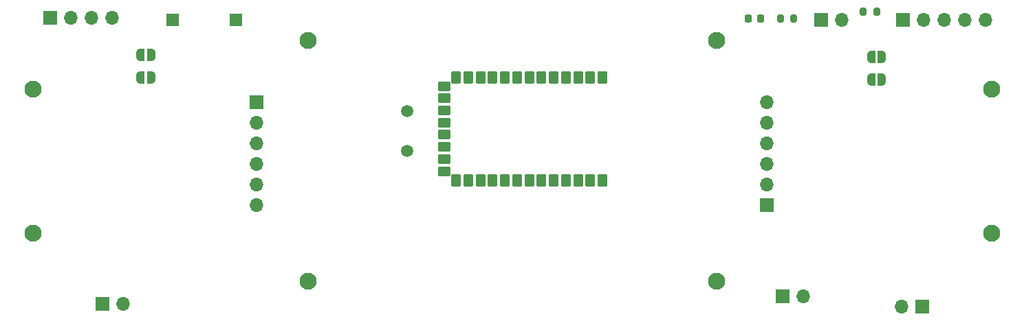
<source format=gts>
G04 #@! TF.GenerationSoftware,KiCad,Pcbnew,7.0.1*
G04 #@! TF.CreationDate,2023-11-29T16:19:33+01:00*
G04 #@! TF.ProjectId,Gruzik2.0,4772757a-696b-4322-9e30-2e6b69636164,rev?*
G04 #@! TF.SameCoordinates,Original*
G04 #@! TF.FileFunction,Soldermask,Top*
G04 #@! TF.FilePolarity,Negative*
%FSLAX46Y46*%
G04 Gerber Fmt 4.6, Leading zero omitted, Abs format (unit mm)*
G04 Created by KiCad (PCBNEW 7.0.1) date 2023-11-29 16:19:33*
%MOMM*%
%LPD*%
G01*
G04 APERTURE LIST*
G04 Aperture macros list*
%AMRoundRect*
0 Rectangle with rounded corners*
0 $1 Rounding radius*
0 $2 $3 $4 $5 $6 $7 $8 $9 X,Y pos of 4 corners*
0 Add a 4 corners polygon primitive as box body*
4,1,4,$2,$3,$4,$5,$6,$7,$8,$9,$2,$3,0*
0 Add four circle primitives for the rounded corners*
1,1,$1+$1,$2,$3*
1,1,$1+$1,$4,$5*
1,1,$1+$1,$6,$7*
1,1,$1+$1,$8,$9*
0 Add four rect primitives between the rounded corners*
20,1,$1+$1,$2,$3,$4,$5,0*
20,1,$1+$1,$4,$5,$6,$7,0*
20,1,$1+$1,$6,$7,$8,$9,0*
20,1,$1+$1,$8,$9,$2,$3,0*%
%AMFreePoly0*
4,1,19,0.500000,-0.750000,0.000000,-0.750000,0.000000,-0.744911,-0.071157,-0.744911,-0.207708,-0.704816,-0.327430,-0.627875,-0.420627,-0.520320,-0.479746,-0.390866,-0.500000,-0.250000,-0.500000,0.250000,-0.479746,0.390866,-0.420627,0.520320,-0.327430,0.627875,-0.207708,0.704816,-0.071157,0.744911,0.000000,0.744911,0.000000,0.750000,0.500000,0.750000,0.500000,-0.750000,0.500000,-0.750000,
$1*%
%AMFreePoly1*
4,1,19,0.000000,0.744911,0.071157,0.744911,0.207708,0.704816,0.327430,0.627875,0.420627,0.520320,0.479746,0.390866,0.500000,0.250000,0.500000,-0.250000,0.479746,-0.390866,0.420627,-0.520320,0.327430,-0.627875,0.207708,-0.704816,0.071157,-0.744911,0.000000,-0.744911,0.000000,-0.750000,-0.500000,-0.750000,-0.500000,0.750000,0.000000,0.750000,0.000000,0.744911,0.000000,0.744911,
$1*%
G04 Aperture macros list end*
%ADD10C,1.500000*%
%ADD11C,2.100000*%
%ADD12R,1.700000X1.700000*%
%ADD13O,1.700000X1.700000*%
%ADD14FreePoly0,180.000000*%
%ADD15FreePoly1,180.000000*%
%ADD16FreePoly0,0.000000*%
%ADD17FreePoly1,0.000000*%
%ADD18RoundRect,0.200000X-0.200000X-0.275000X0.200000X-0.275000X0.200000X0.275000X-0.200000X0.275000X0*%
%ADD19RoundRect,0.102000X-0.500000X0.650000X-0.500000X-0.650000X0.500000X-0.650000X0.500000X0.650000X0*%
%ADD20RoundRect,0.102000X-0.650000X-0.500000X0.650000X-0.500000X0.650000X0.500000X-0.650000X0.500000X0*%
%ADD21RoundRect,0.102000X0.500000X-0.650000X0.500000X0.650000X-0.500000X0.650000X-0.500000X-0.650000X0*%
%ADD22R,1.500000X1.500000*%
%ADD23RoundRect,0.218750X0.218750X0.256250X-0.218750X0.256250X-0.218750X-0.256250X0.218750X-0.256250X0*%
G04 APERTURE END LIST*
D10*
X87426800Y-151751200D03*
X87426800Y-146871200D03*
D11*
X75184000Y-167894000D03*
D12*
X138379200Y-135585200D03*
D13*
X140919200Y-135585200D03*
D14*
X145846800Y-140208000D03*
D15*
X144546800Y-140208000D03*
D16*
X144526000Y-143002000D03*
D17*
X145826000Y-143002000D03*
D16*
X54580000Y-139903200D03*
D17*
X55880000Y-139903200D03*
D12*
X49885600Y-170688000D03*
D13*
X52425600Y-170688000D03*
D12*
X43434000Y-135382000D03*
D13*
X45974000Y-135382000D03*
X48514000Y-135382000D03*
X51054000Y-135382000D03*
D12*
X150774400Y-170992800D03*
D13*
X148234400Y-170992800D03*
D11*
X41322000Y-144145000D03*
D14*
X55880000Y-142748000D03*
D15*
X54580000Y-142748000D03*
D11*
X125476000Y-138176000D03*
X159338000Y-161925000D03*
D12*
X148437600Y-135636000D03*
D13*
X150977600Y-135636000D03*
X153517600Y-135636000D03*
X156057600Y-135636000D03*
X158597600Y-135636000D03*
D18*
X143560800Y-134569200D03*
X145210800Y-134569200D03*
X133350000Y-135483600D03*
X135000000Y-135483600D03*
D11*
X159338000Y-144145000D03*
D19*
X111431200Y-142697200D03*
X109931200Y-142697200D03*
X108431200Y-142697200D03*
X106931200Y-142697200D03*
X105431200Y-142697200D03*
X103931200Y-142697200D03*
X102431200Y-142697200D03*
X100931200Y-142697200D03*
X99431200Y-142697200D03*
X97931200Y-142697200D03*
X96431200Y-142697200D03*
X94931200Y-142697200D03*
X93431200Y-142697200D03*
D20*
X91931200Y-143797200D03*
X91931200Y-145297200D03*
X91931200Y-146797200D03*
X91931200Y-148297200D03*
X91931200Y-149797200D03*
X91931200Y-151297200D03*
X91931200Y-152797200D03*
X91931200Y-154297200D03*
D21*
X93431200Y-155397200D03*
X94931200Y-155397200D03*
X96431200Y-155397200D03*
X97931200Y-155397200D03*
X99431200Y-155397200D03*
X100931200Y-155397200D03*
X102431200Y-155397200D03*
X103931200Y-155397200D03*
X105431200Y-155397200D03*
X106931200Y-155397200D03*
X108431200Y-155397200D03*
X109931200Y-155397200D03*
X111431200Y-155397200D03*
D11*
X75184000Y-138176000D03*
D12*
X131666000Y-158496000D03*
D13*
X131666000Y-155956000D03*
X131666000Y-153416000D03*
X131666000Y-150876000D03*
X131666000Y-148336000D03*
X131666000Y-145796000D03*
D12*
X68834000Y-145796000D03*
D13*
X68834000Y-148336000D03*
X68834000Y-150876000D03*
X68834000Y-153416000D03*
X68834000Y-155956000D03*
X68834000Y-158496000D03*
D11*
X41322000Y-161925000D03*
D12*
X133604000Y-169722800D03*
D13*
X136144000Y-169722800D03*
D22*
X58494000Y-135636000D03*
X66294000Y-135636000D03*
D23*
X130924000Y-135483600D03*
X129349000Y-135483600D03*
D11*
X125476000Y-167894000D03*
M02*

</source>
